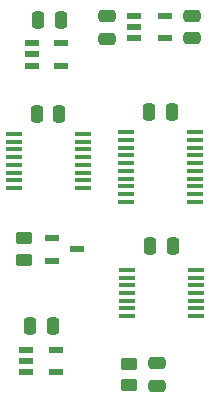
<source format=gtp>
%TF.GenerationSoftware,KiCad,Pcbnew,9.0.7-9.0.7~ubuntu24.04.1*%
%TF.CreationDate,2026-01-21T08:26:23+02:00*%
%TF.ProjectId,Processor Reset Device,50726f63-6573-4736-9f72-205265736574,V0*%
%TF.SameCoordinates,Original*%
%TF.FileFunction,Paste,Top*%
%TF.FilePolarity,Positive*%
%FSLAX46Y46*%
G04 Gerber Fmt 4.6, Leading zero omitted, Abs format (unit mm)*
G04 Created by KiCad (PCBNEW 9.0.7-9.0.7~ubuntu24.04.1) date 2026-01-21 08:26:23*
%MOMM*%
%LPD*%
G01*
G04 APERTURE LIST*
G04 Aperture macros list*
%AMRoundRect*
0 Rectangle with rounded corners*
0 $1 Rounding radius*
0 $2 $3 $4 $5 $6 $7 $8 $9 X,Y pos of 4 corners*
0 Add a 4 corners polygon primitive as box body*
4,1,4,$2,$3,$4,$5,$6,$7,$8,$9,$2,$3,0*
0 Add four circle primitives for the rounded corners*
1,1,$1+$1,$2,$3*
1,1,$1+$1,$4,$5*
1,1,$1+$1,$6,$7*
1,1,$1+$1,$8,$9*
0 Add four rect primitives between the rounded corners*
20,1,$1+$1,$2,$3,$4,$5,0*
20,1,$1+$1,$4,$5,$6,$7,0*
20,1,$1+$1,$6,$7,$8,$9,0*
20,1,$1+$1,$8,$9,$2,$3,0*%
G04 Aperture macros list end*
%ADD10R,1.250000X0.600000*%
%ADD11R,1.475000X0.450000*%
%ADD12RoundRect,0.250000X0.250000X0.475000X-0.250000X0.475000X-0.250000X-0.475000X0.250000X-0.475000X0*%
%ADD13RoundRect,0.250000X-0.450000X0.262500X-0.450000X-0.262500X0.450000X-0.262500X0.450000X0.262500X0*%
%ADD14RoundRect,0.250000X0.475000X-0.250000X0.475000X0.250000X-0.475000X0.250000X-0.475000X-0.250000X0*%
%ADD15RoundRect,0.250000X-0.475000X0.250000X-0.475000X-0.250000X0.475000X-0.250000X0.475000X0.250000X0*%
%ADD16R,1.450000X0.450000*%
%ADD17R,1.150000X0.600000*%
G04 APERTURE END LIST*
D10*
%TO.C,IC3*%
X5100000Y-2733000D03*
X5100000Y-3683000D03*
X5100000Y-4633000D03*
X7600000Y-4633000D03*
X7600000Y-2733000D03*
%TD*%
D11*
%TO.C,IC7*%
X13141000Y-21926000D03*
X13141000Y-22576000D03*
X13141000Y-23226000D03*
X13141000Y-23876000D03*
X13141000Y-24526000D03*
X13141000Y-25176000D03*
X13141000Y-25826000D03*
X19017000Y-25826000D03*
X19017000Y-25176000D03*
X19017000Y-24526000D03*
X19017000Y-23876000D03*
X19017000Y-23226000D03*
X19017000Y-22576000D03*
X19017000Y-21926000D03*
%TD*%
D12*
%TO.C,C9*%
X7411000Y-8763000D03*
X5511000Y-8763000D03*
%TD*%
D10*
%TO.C,IC2*%
X6814000Y-19243000D03*
X6814000Y-21143000D03*
X8914000Y-20193000D03*
%TD*%
%TO.C,IC8*%
X4612000Y-28702000D03*
X4612000Y-29652000D03*
X4612000Y-30602000D03*
X7112000Y-30602000D03*
X7112000Y-28702000D03*
%TD*%
D12*
%TO.C,C7*%
X7538000Y-762000D03*
X5638000Y-762000D03*
%TD*%
D13*
%TO.C,R1*%
X13335000Y-29866189D03*
X13335000Y-31691189D03*
%TD*%
D12*
%TO.C,C6*%
X6853000Y-26670000D03*
X4953000Y-26670000D03*
%TD*%
D14*
%TO.C,C10*%
X11430000Y-2331000D03*
X11430000Y-431000D03*
%TD*%
D11*
%TO.C,IC5*%
X13064000Y-10283000D03*
X13064000Y-10933000D03*
X13064000Y-11583000D03*
X13064000Y-12233000D03*
X13064000Y-12883000D03*
X13064000Y-13533000D03*
X13064000Y-14183000D03*
X13064000Y-14833000D03*
X13064000Y-15483000D03*
X13064000Y-16133000D03*
X18940000Y-16133000D03*
X18940000Y-15483000D03*
X18940000Y-14833000D03*
X18940000Y-14183000D03*
X18940000Y-13533000D03*
X18940000Y-12883000D03*
X18940000Y-12233000D03*
X18940000Y-11583000D03*
X18940000Y-10933000D03*
X18940000Y-10283000D03*
%TD*%
D15*
%TO.C,C11*%
X18669000Y-402000D03*
X18669000Y-2302000D03*
%TD*%
D16*
%TO.C,IC4*%
X3552000Y-10425000D03*
X3552000Y-11075000D03*
X3552000Y-11725000D03*
X3552000Y-12375000D03*
X3552000Y-13025000D03*
X3552000Y-13675000D03*
X3552000Y-14325000D03*
X3552000Y-14975000D03*
X9402000Y-14975000D03*
X9402000Y-14325000D03*
X9402000Y-13675000D03*
X9402000Y-13025000D03*
X9402000Y-12375000D03*
X9402000Y-11725000D03*
X9402000Y-11075000D03*
X9402000Y-10425000D03*
%TD*%
D17*
%TO.C,IC6*%
X13783000Y-386000D03*
X13783000Y-1336000D03*
X13783000Y-2286000D03*
X16383000Y-2286000D03*
X16383000Y-386000D03*
%TD*%
D13*
%TO.C,R2*%
X4445000Y-19257000D03*
X4445000Y-21082000D03*
%TD*%
D12*
%TO.C,C13*%
X17013000Y-19939000D03*
X15113000Y-19939000D03*
%TD*%
%TO.C,C12*%
X16936000Y-8578000D03*
X15036000Y-8578000D03*
%TD*%
D14*
%TO.C,C18*%
X15738000Y-31712689D03*
X15738000Y-29812689D03*
%TD*%
M02*

</source>
